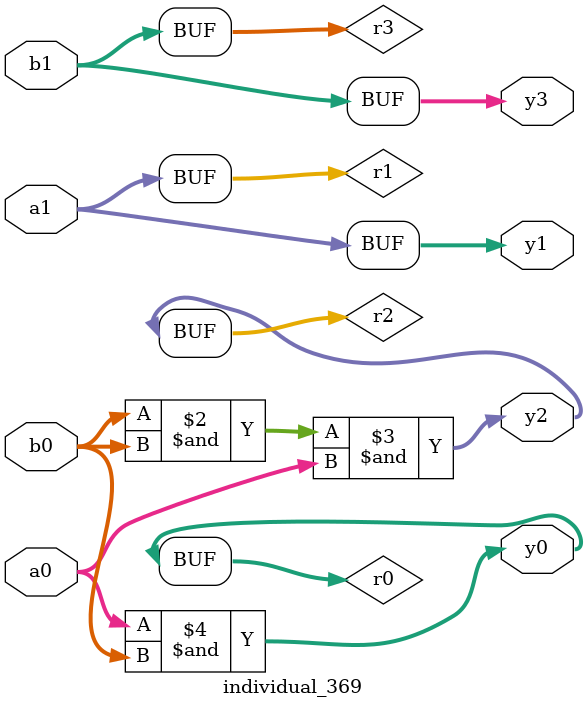
<source format=sv>
module individual_369(input logic [15:0] a1, input logic [15:0] a0, input logic [15:0] b1, input logic [15:0] b0, output logic [15:0] y3, output logic [15:0] y2, output logic [15:0] y1, output logic [15:0] y0);
logic [15:0] r0, r1, r2, r3; 
 always@(*) begin 
	 r0 = a0; r1 = a1; r2 = b0; r3 = b1; 
 	 r2  &=  b0 ;
 	 r2  &=  r0 ;
 	 r0  &=  b0 ;
 	 y3 = r3; y2 = r2; y1 = r1; y0 = r0; 
end
endmodule
</source>
